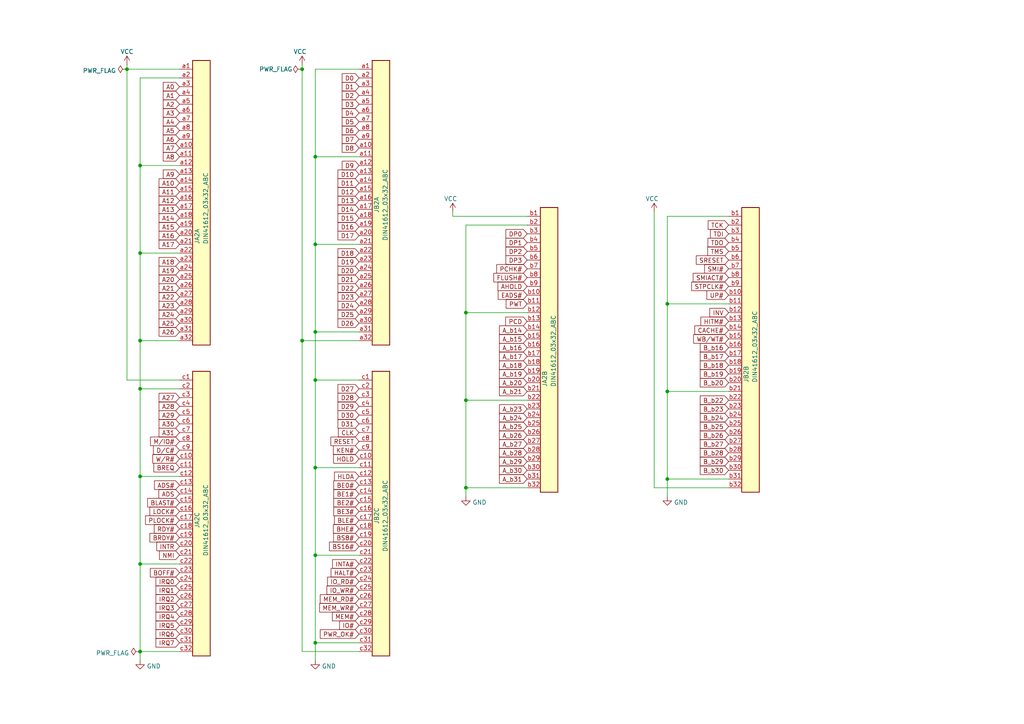
<source format=kicad_sch>
(kicad_sch (version 20211123) (generator eeschema)
  (paper "A4")
  (lib_symbols
    (symbol "Private Lib:DIN41612_03x32_ABC"
      (property "Reference" "U" (at 0 0 0))
      (property "Value" "DIN41612_03x32_ABC" (at 0 2.54 0))
      (symbol "DIN41612_03x32_ABC_0_1"
        (rectangle (start -2.54 -2.54) (end 2.54 -85.09) (stroke (width 0.254)) (fill (type background)))
      )
      (symbol "DIN41612_03x32_ABC_1_1"
        (pin passive line (at -6.35 -5.08 0) (length 3.81) (name "") (number "a1"))
        (pin passive line (at -6.35 -27.94 0) (length 3.81) (name "") (number "a10"))
        (pin passive line (at -6.35 -30.48 0) (length 3.81) (name "") (number "a11"))
        (pin passive line (at -6.35 -33.02 0) (length 3.81) (name "") (number "a12"))
        (pin passive line (at -6.35 -35.56 0) (length 3.81) (name "") (number "a13"))
        (pin passive line (at -6.35 -38.1 0) (length 3.81) (name "") (number "a14"))
        (pin passive line (at -6.35 -40.64 0) (length 3.81) (name "") (number "a15"))
        (pin passive line (at -6.35 -43.18 0) (length 3.81) (name "") (number "a16"))
        (pin passive line (at -6.35 -45.72 0) (length 3.81) (name "") (number "a17"))
        (pin passive line (at -6.35 -48.26 0) (length 3.81) (name "") (number "a18"))
        (pin passive line (at -6.35 -50.8 0) (length 3.81) (name "") (number "a19"))
        (pin passive line (at -6.35 -7.62 0) (length 3.81) (name "") (number "a2"))
        (pin passive line (at -6.35 -53.34 0) (length 3.81) (name "") (number "a20"))
        (pin passive line (at -6.35 -55.88 0) (length 3.81) (name "") (number "a21"))
        (pin passive line (at -6.35 -58.42 0) (length 3.81) (name "") (number "a22"))
        (pin passive line (at -6.35 -60.96 0) (length 3.81) (name "") (number "a23"))
        (pin passive line (at -6.35 -63.5 0) (length 3.81) (name "") (number "a24"))
        (pin passive line (at -6.35 -66.04 0) (length 3.81) (name "") (number "a25"))
        (pin passive line (at -6.35 -68.58 0) (length 3.81) (name "") (number "a26"))
        (pin passive line (at -6.35 -71.12 0) (length 3.81) (name "") (number "a27"))
        (pin passive line (at -6.35 -73.66 0) (length 3.81) (name "") (number "a28"))
        (pin passive line (at -6.35 -76.2 0) (length 3.81) (name "") (number "a29"))
        (pin passive line (at -6.35 -10.16 0) (length 3.81) (name "") (number "a3"))
        (pin passive line (at -6.35 -78.74 0) (length 3.81) (name "") (number "a30"))
        (pin passive line (at -6.35 -81.28 0) (length 3.81) (name "") (number "a31"))
        (pin passive line (at -6.35 -83.82 0) (length 3.81) (name "") (number "a32"))
        (pin passive line (at -6.35 -12.7 0) (length 3.81) (name "") (number "a4"))
        (pin passive line (at -6.35 -15.24 0) (length 3.81) (name "") (number "a5"))
        (pin passive line (at -6.35 -17.78 0) (length 3.81) (name "") (number "a6"))
        (pin passive line (at -6.35 -20.32 0) (length 3.81) (name "") (number "a7"))
        (pin passive line (at -6.35 -22.86 0) (length 3.81) (name "") (number "a8"))
        (pin passive line (at -6.35 -25.4 0) (length 3.81) (name "") (number "a9"))
      )
      (symbol "DIN41612_03x32_ABC_2_1"
        (pin passive line (at -6.35 -5.08 0) (length 3.81) (name "") (number "b1"))
        (pin passive line (at -6.35 -27.94 0) (length 3.81) (name "") (number "b10"))
        (pin passive line (at -6.35 -30.48 0) (length 3.81) (name "") (number "b11"))
        (pin passive line (at -6.35 -33.02 0) (length 3.81) (name "") (number "b12"))
        (pin passive line (at -6.35 -35.56 0) (length 3.81) (name "") (number "b13"))
        (pin passive line (at -6.35 -38.1 0) (length 3.81) (name "") (number "b14"))
        (pin passive line (at -6.35 -40.64 0) (length 3.81) (name "") (number "b15"))
        (pin passive line (at -6.35 -43.18 0) (length 3.81) (name "") (number "b16"))
        (pin passive line (at -6.35 -45.72 0) (length 3.81) (name "") (number "b17"))
        (pin passive line (at -6.35 -48.26 0) (length 3.81) (name "") (number "b18"))
        (pin passive line (at -6.35 -50.8 0) (length 3.81) (name "") (number "b19"))
        (pin passive line (at -6.35 -7.62 0) (length 3.81) (name "") (number "b2"))
        (pin passive line (at -6.35 -53.34 0) (length 3.81) (name "") (number "b20"))
        (pin passive line (at -6.35 -55.88 0) (length 3.81) (name "") (number "b21"))
        (pin passive line (at -6.35 -58.42 0) (length 3.81) (name "") (number "b22"))
        (pin passive line (at -6.35 -60.96 0) (length 3.81) (name "") (number "b23"))
        (pin passive line (at -6.35 -63.5 0) (length 3.81) (name "") (number "b24"))
        (pin passive line (at -6.35 -66.04 0) (length 3.81) (name "") (number "b25"))
        (pin passive line (at -6.35 -68.58 0) (length 3.81) (name "") (number "b26"))
        (pin passive line (at -6.35 -71.12 0) (length 3.81) (name "") (number "b27"))
        (pin passive line (at -6.35 -73.66 0) (length 3.81) (name "") (number "b28"))
        (pin passive line (at -6.35 -76.2 0) (length 3.81) (name "") (number "b29"))
        (pin passive line (at -6.35 -10.16 0) (length 3.81) (name "") (number "b3"))
        (pin passive line (at -6.35 -78.74 0) (length 3.81) (name "") (number "b30"))
        (pin passive line (at -6.35 -81.28 0) (length 3.81) (name "") (number "b31"))
        (pin passive line (at -6.35 -83.82 0) (length 3.81) (name "") (number "b32"))
        (pin passive line (at -6.35 -12.7 0) (length 3.81) (name "") (number "b4"))
        (pin passive line (at -6.35 -15.24 0) (length 3.81) (name "") (number "b5"))
        (pin passive line (at -6.35 -17.78 0) (length 3.81) (name "") (number "b6"))
        (pin passive line (at -6.35 -20.32 0) (length 3.81) (name "") (number "b7"))
        (pin passive line (at -6.35 -22.86 0) (length 3.81) (name "") (number "b8"))
        (pin passive line (at -6.35 -25.4 0) (length 3.81) (name "") (number "b9"))
      )
      (symbol "DIN41612_03x32_ABC_3_1"
        (pin passive line (at -6.35 -5.08 0) (length 3.81) (name "") (number "c1"))
        (pin passive line (at -6.35 -27.94 0) (length 3.81) (name "") (number "c10"))
        (pin passive line (at -6.35 -30.48 0) (length 3.81) (name "") (number "c11"))
        (pin passive line (at -6.35 -33.02 0) (length 3.81) (name "") (number "c12"))
        (pin passive line (at -6.35 -35.56 0) (length 3.81) (name "") (number "c13"))
        (pin passive line (at -6.35 -38.1 0) (length 3.81) (name "") (number "c14"))
        (pin passive line (at -6.35 -40.64 0) (length 3.81) (name "") (number "c15"))
        (pin passive line (at -6.35 -43.18 0) (length 3.81) (name "") (number "c16"))
        (pin passive line (at -6.35 -45.72 0) (length 3.81) (name "") (number "c17"))
        (pin passive line (at -6.35 -48.26 0) (length 3.81) (name "") (number "c18"))
        (pin passive line (at -6.35 -50.8 0) (length 3.81) (name "") (number "c19"))
        (pin passive line (at -6.35 -7.62 0) (length 3.81) (name "") (number "c2"))
        (pin passive line (at -6.35 -53.34 0) (length 3.81) (name "") (number "c20"))
        (pin passive line (at -6.35 -55.88 0) (length 3.81) (name "") (number "c21"))
        (pin passive line (at -6.35 -58.42 0) (length 3.81) (name "") (number "c22"))
        (pin passive line (at -6.35 -60.96 0) (length 3.81) (name "") (number "c23"))
        (pin passive line (at -6.35 -63.5 0) (length 3.81) (name "") (number "c24"))
        (pin passive line (at -6.35 -66.04 0) (length 3.81) (name "") (number "c25"))
        (pin passive line (at -6.35 -68.58 0) (length 3.81) (name "") (number "c26"))
        (pin passive line (at -6.35 -71.12 0) (length 3.81) (name "") (number "c27"))
        (pin passive line (at -6.35 -73.66 0) (length 3.81) (name "") (number "c28"))
        (pin passive line (at -6.35 -76.2 0) (length 3.81) (name "") (number "c29"))
        (pin passive line (at -6.35 -10.16 0) (length 3.81) (name "") (number "c3"))
        (pin passive line (at -6.35 -78.74 0) (length 3.81) (name "") (number "c30"))
        (pin passive line (at -6.35 -81.28 0) (length 3.81) (name "") (number "c31"))
        (pin passive line (at -6.35 -83.82 0) (length 3.81) (name "") (number "c32"))
        (pin passive line (at -6.35 -12.7 0) (length 3.81) (name "") (number "c4"))
        (pin passive line (at -6.35 -15.24 0) (length 3.81) (name "") (number "c5"))
        (pin passive line (at -6.35 -17.78 0) (length 3.81) (name "") (number "c6"))
        (pin passive line (at -6.35 -20.32 0) (length 3.81) (name "") (number "c7"))
        (pin passive line (at -6.35 -22.86 0) (length 3.81) (name "") (number "c8"))
        (pin passive line (at -6.35 -25.4 0) (length 3.81) (name "") (number "c9"))
      )
    )
    (symbol "power:GND" (power) (pin_names (offset 0))
      (property "Value" "GND" (at 0 -3.81 0))
      (symbol "GND_0_1"
        (polyline (pts (xy 0 0) (xy 0 -1.27) (xy 1.27 -1.27) (xy 0 -2.54) (xy -1.27 -1.27) (xy 0 -1.27)))
      )
      (symbol "GND_1_1"
        (pin power_in line (at 0 0 270) (length 0) hide (name "GND") (number "1"))
      )
    )
    (symbol "power:PWR_FLAG" (power) (pin_numbers hide) (pin_names (offset 0) hide)
      (property "Value" "PWR_FLAG" (at 0 3.81 0))
      (symbol "PWR_FLAG_0_0"
        (pin power_out line (at 0 0 90) (length 0) (name "pwr") (number "1"))
      )
      (symbol "PWR_FLAG_0_1"
        (polyline (pts (xy 0 0) (xy 0 1.27) (xy -1.016 1.905) (xy 0 2.54) (xy 1.016 1.905) (xy 0 1.27)))
      )
    )
    (symbol "power:VCC" (power) (pin_names (offset 0))
      (property "Value" "VCC" (at 0 3.81 0))
      (symbol "VCC_0_1"
        (polyline (pts (xy -0.762 1.27) (xy 0 2.54)))
        (polyline (pts (xy 0 0) (xy 0 2.54)))
        (polyline (pts (xy 0 2.54) (xy 0.762 1.27)))
      )
      (symbol "VCC_1_1"
        (pin power_in line (at 0 0 90) (length 0) hide (name "VCC") (number "1"))
      )
    )
  )
  (junction (at 193.548 88.138))
  (junction (at 40.64 138.176))
  (junction (at 91.44 110.236))
  (junction (at 87.63 20.066))
  (junction (at 36.83 20.066))
  (junction (at 40.64 98.806))
  (junction (at 40.64 163.576))
  (junction (at 193.548 138.938))
  (junction (at 193.548 113.538))
  (junction (at 135.128 141.478))
  (junction (at 91.44 186.436))
  (junction (at 40.64 188.976))
  (junction (at 91.44 45.466))
  (junction (at 91.44 161.036))
  (junction (at 135.128 116.078))
  (junction (at 87.63 98.806))
  (junction (at 91.44 135.636))
  (junction (at 91.44 96.266))
  (junction (at 135.128 90.678))
  (junction (at 40.64 73.406))
  (junction (at 40.64 112.776))
  (junction (at 91.44 70.866))
  (junction (at 40.64 48.006))
  (wire (pts (xy 131.318 62.738) (xy 152.908 62.738)))
  (wire (pts (xy 189.738 61.468) (xy 189.738 141.478)))
  (wire (pts (xy 87.63 98.806) (xy 104.14 98.806)))
  (wire (pts (xy 211.328 138.938) (xy 193.548 138.938)))
  (wire (pts (xy 152.908 65.278) (xy 135.128 65.278)))
  (wire (pts (xy 40.64 191.516) (xy 40.64 188.976)))
  (wire (pts (xy 104.14 20.066) (xy 91.44 20.066)))
  (wire (pts (xy 40.64 48.006) (xy 52.07 48.006)))
  (wire (pts (xy 91.44 45.466) (xy 91.44 70.866)))
  (wire (pts (xy 91.44 96.266) (xy 104.14 96.266)))
  (wire (pts (xy 193.548 113.538) (xy 193.548 138.938)))
  (wire (pts (xy 91.44 70.866) (xy 104.14 70.866)))
  (wire (pts (xy 40.64 138.176) (xy 52.07 138.176)))
  (wire (pts (xy 91.44 186.436) (xy 91.44 191.516)))
  (wire (pts (xy 131.318 61.468) (xy 131.318 62.738)))
  (wire (pts (xy 135.128 90.678) (xy 135.128 116.078)))
  (wire (pts (xy 87.63 18.796) (xy 87.63 20.066)))
  (wire (pts (xy 135.128 144.018) (xy 135.128 141.478)))
  (wire (pts (xy 36.83 20.066) (xy 52.07 20.066)))
  (wire (pts (xy 36.83 110.236) (xy 52.07 110.236)))
  (wire (pts (xy 91.44 20.066) (xy 91.44 45.466)))
  (wire (pts (xy 135.128 90.678) (xy 152.908 90.678)))
  (wire (pts (xy 91.44 135.636) (xy 91.44 161.036)))
  (wire (pts (xy 40.64 98.806) (xy 40.64 112.776)))
  (wire (pts (xy 40.64 73.406) (xy 52.07 73.406)))
  (wire (pts (xy 211.328 141.478) (xy 189.738 141.478)))
  (wire (pts (xy 91.44 135.636) (xy 104.14 135.636)))
  (wire (pts (xy 40.64 22.606) (xy 40.64 48.006)))
  (wire (pts (xy 36.83 18.796) (xy 36.83 20.066)))
  (wire (pts (xy 91.44 70.866) (xy 91.44 96.266)))
  (wire (pts (xy 211.328 62.738) (xy 193.548 62.738)))
  (wire (pts (xy 91.44 96.266) (xy 91.44 110.236)))
  (wire (pts (xy 211.328 113.538) (xy 193.548 113.538)))
  (wire (pts (xy 91.44 110.236) (xy 104.14 110.236)))
  (wire (pts (xy 152.908 141.478) (xy 135.128 141.478)))
  (wire (pts (xy 193.548 88.138) (xy 211.328 88.138)))
  (wire (pts (xy 91.44 161.036) (xy 91.44 186.436)))
  (wire (pts (xy 193.548 138.938) (xy 193.548 144.018)))
  (wire (pts (xy 40.64 98.806) (xy 52.07 98.806)))
  (wire (pts (xy 193.548 88.138) (xy 193.548 113.538)))
  (wire (pts (xy 91.44 45.466) (xy 104.14 45.466)))
  (wire (pts (xy 40.64 112.776) (xy 40.64 138.176)))
  (wire (pts (xy 40.64 73.406) (xy 40.64 98.806)))
  (wire (pts (xy 87.63 188.976) (xy 104.14 188.976)))
  (wire (pts (xy 193.548 62.738) (xy 193.548 88.138)))
  (wire (pts (xy 36.83 20.066) (xy 36.83 110.236)))
  (wire (pts (xy 135.128 65.278) (xy 135.128 90.678)))
  (wire (pts (xy 91.44 161.036) (xy 104.14 161.036)))
  (wire (pts (xy 52.07 22.606) (xy 40.64 22.606)))
  (wire (pts (xy 40.64 112.776) (xy 52.07 112.776)))
  (wire (pts (xy 87.63 98.806) (xy 87.63 188.976)))
  (wire (pts (xy 40.64 163.576) (xy 40.64 188.976)))
  (wire (pts (xy 91.44 186.436) (xy 104.14 186.436)))
  (wire (pts (xy 40.64 188.976) (xy 52.07 188.976)))
  (wire (pts (xy 152.908 116.078) (xy 135.128 116.078)))
  (wire (pts (xy 135.128 116.078) (xy 135.128 141.478)))
  (wire (pts (xy 40.64 163.576) (xy 52.07 163.576)))
  (wire (pts (xy 91.44 110.236) (xy 91.44 135.636)))
  (wire (pts (xy 40.64 138.176) (xy 40.64 163.576)))
  (wire (pts (xy 87.63 20.066) (xy 87.63 98.806)))
  (wire (pts (xy 40.64 48.006) (xy 40.64 73.406)))
  (global_label "INTR" (shape input) (at 52.07 158.496 180) (property "Intersheet References" "${INTERSHEET_REFS}" (effects hide)))
  (global_label "FLUSH#" (shape input) (at 152.908 80.518 180) (property "Intersheet References" "${INTERSHEET_REFS}" (effects hide)))
  (global_label "B_b25" (shape input) (at 211.328 123.698 180) (property "Intersheet References" "${INTERSHEET_REFS}" (effects hide)))
  (global_label "A_b31" (shape input) (at 152.908 138.938 180) (property "Intersheet References" "${INTERSHEET_REFS}" (effects hide)))
  (global_label "TDI" (shape input) (at 211.328 67.818 180) (property "Intersheet References" "${INTERSHEET_REFS}" (effects hide)))
  (global_label "TMS" (shape input) (at 211.328 72.898 180) (property "Intersheet References" "${INTERSHEET_REFS}" (effects hide)))
  (global_label "IRQ2" (shape input) (at 52.07 173.736 180) (property "Intersheet References" "${INTERSHEET_REFS}" (effects hide)))
  (global_label "A12" (shape input) (at 52.07 58.166 180) (property "Intersheet References" "${INTERSHEET_REFS}" (effects hide)))
  (global_label "DP3" (shape input) (at 152.908 75.438 180) (property "Intersheet References" "${INTERSHEET_REFS}" (effects hide)))
  (global_label "D23" (shape input) (at 104.14 86.106 180) (property "Intersheet References" "${INTERSHEET_REFS}" (effects hide)))
  (global_label "BREQ" (shape input) (at 52.07 135.636 180) (property "Intersheet References" "${INTERSHEET_REFS}" (effects hide)))
  (global_label "D28" (shape input) (at 104.14 115.316 180) (property "Intersheet References" "${INTERSHEET_REFS}" (effects hide)))
  (global_label "MEM#" (shape input) (at 104.14 178.816 180) (property "Intersheet References" "${INTERSHEET_REFS}" (effects hide)))
  (global_label "D{slash}C#" (shape input) (at 52.07 130.556 180) (property "Intersheet References" "${INTERSHEET_REFS}" (effects hide)))
  (global_label "A31" (shape input) (at 52.07 125.476 180) (property "Intersheet References" "${INTERSHEET_REFS}" (effects hide)))
  (global_label "A_b17" (shape input) (at 152.908 103.378 180) (property "Intersheet References" "${INTERSHEET_REFS}" (effects hide)))
  (global_label "D21" (shape input) (at 104.14 81.026 180) (property "Intersheet References" "${INTERSHEET_REFS}" (effects hide)))
  (global_label "SMIACT#" (shape input) (at 211.328 80.518 180) (property "Intersheet References" "${INTERSHEET_REFS}" (effects hide)))
  (global_label "BE3#" (shape input) (at 104.14 148.336 180) (property "Intersheet References" "${INTERSHEET_REFS}" (effects hide)))
  (global_label "TCK" (shape input) (at 211.328 65.278 180) (property "Intersheet References" "${INTERSHEET_REFS}" (effects hide)))
  (global_label "PWR_OK#" (shape input) (at 104.14 183.896 180) (property "Intersheet References" "${INTERSHEET_REFS}" (effects hide)))
  (global_label "D20" (shape input) (at 104.14 78.486 180) (property "Intersheet References" "${INTERSHEET_REFS}" (effects hide)))
  (global_label "B_b29" (shape input) (at 211.328 133.858 180) (property "Intersheet References" "${INTERSHEET_REFS}" (effects hide)))
  (global_label "IRQ5" (shape input) (at 52.07 181.356 180) (property "Intersheet References" "${INTERSHEET_REFS}" (effects hide)))
  (global_label "MEM_WR#" (shape input) (at 104.14 176.276 180) (property "Intersheet References" "${INTERSHEET_REFS}" (effects hide)))
  (global_label "NMI" (shape input) (at 52.07 161.036 180) (property "Intersheet References" "${INTERSHEET_REFS}" (effects hide)))
  (global_label "INV" (shape input) (at 211.328 90.678 180) (property "Intersheet References" "${INTERSHEET_REFS}" (effects hide)))
  (global_label "HOLD" (shape input) (at 104.14 133.096 180) (property "Intersheet References" "${INTERSHEET_REFS}" (effects hide)))
  (global_label "A16" (shape input) (at 52.07 68.326 180) (property "Intersheet References" "${INTERSHEET_REFS}" (effects hide)))
  (global_label "A18" (shape input) (at 52.07 75.946 180) (property "Intersheet References" "${INTERSHEET_REFS}" (effects hide)))
  (global_label "IRQ4" (shape input) (at 52.07 178.816 180) (property "Intersheet References" "${INTERSHEET_REFS}" (effects hide)))
  (global_label "A5" (shape input) (at 52.07 37.846 180) (property "Intersheet References" "${INTERSHEET_REFS}" (effects hide)))
  (global_label "A_b23" (shape input) (at 152.908 118.618 180) (property "Intersheet References" "${INTERSHEET_REFS}" (effects hide)))
  (global_label "UP#" (shape input) (at 211.328 85.598 180) (property "Intersheet References" "${INTERSHEET_REFS}" (effects hide)))
  (global_label "BLE#" (shape input) (at 104.14 150.876 180) (property "Intersheet References" "${INTERSHEET_REFS}" (effects hide)))
  (global_label "A27" (shape input) (at 52.07 115.316 180) (property "Intersheet References" "${INTERSHEET_REFS}" (effects hide)))
  (global_label "B_b27" (shape input) (at 211.328 128.778 180) (property "Intersheet References" "${INTERSHEET_REFS}" (effects hide)))
  (global_label "A10" (shape input) (at 52.07 53.086 180) (property "Intersheet References" "${INTERSHEET_REFS}" (effects hide)))
  (global_label "D26" (shape input) (at 104.14 93.726 180) (property "Intersheet References" "${INTERSHEET_REFS}" (effects hide)))
  (global_label "D9" (shape input) (at 104.14 48.006 180) (property "Intersheet References" "${INTERSHEET_REFS}" (effects hide)))
  (global_label "CACHE#" (shape input) (at 211.328 95.758 180) (property "Intersheet References" "${INTERSHEET_REFS}" (effects hide)))
  (global_label "A29" (shape input) (at 52.07 120.396 180) (property "Intersheet References" "${INTERSHEET_REFS}" (effects hide)))
  (global_label "B_b26" (shape input) (at 211.328 126.238 180) (property "Intersheet References" "${INTERSHEET_REFS}" (effects hide)))
  (global_label "A1" (shape input) (at 52.07 27.686 180) (property "Intersheet References" "${INTERSHEET_REFS}" (effects hide)))
  (global_label "HALT#" (shape input) (at 104.14 166.116 180) (property "Intersheet References" "${INTERSHEET_REFS}" (effects hide)))
  (global_label "EADS#" (shape input) (at 152.908 85.598 180) (property "Intersheet References" "${INTERSHEET_REFS}" (effects hide)))
  (global_label "CLK" (shape input) (at 104.14 125.476 180) (property "Intersheet References" "${INTERSHEET_REFS}" (effects hide)))
  (global_label "D5" (shape input) (at 104.14 35.306 180) (property "Intersheet References" "${INTERSHEET_REFS}" (effects hide)))
  (global_label "D13" (shape input) (at 104.14 58.166 180) (property "Intersheet References" "${INTERSHEET_REFS}" (effects hide)))
  (global_label "STPCLK#" (shape input) (at 211.328 83.058 180) (property "Intersheet References" "${INTERSHEET_REFS}" (effects hide)))
  (global_label "B_b18" (shape input) (at 211.328 105.918 180) (property "Intersheet References" "${INTERSHEET_REFS}" (effects hide)))
  (global_label "PWT" (shape input) (at 152.908 88.138 180) (property "Intersheet References" "${INTERSHEET_REFS}" (effects hide)))
  (global_label "HITM#" (shape input) (at 211.328 93.218 180) (property "Intersheet References" "${INTERSHEET_REFS}" (effects hide)))
  (global_label "DP2" (shape input) (at 152.908 72.898 180) (property "Intersheet References" "${INTERSHEET_REFS}" (effects hide)))
  (global_label "A8" (shape input) (at 52.07 45.466 180) (property "Intersheet References" "${INTERSHEET_REFS}" (effects hide)))
  (global_label "A_b28" (shape input) (at 152.908 131.318 180) (property "Intersheet References" "${INTERSHEET_REFS}" (effects hide)))
  (global_label "BE2#" (shape input) (at 104.14 145.796 180) (property "Intersheet References" "${INTERSHEET_REFS}" (effects hide)))
  (global_label "D12" (shape input) (at 104.14 55.626 180) (property "Intersheet References" "${INTERSHEET_REFS}" (effects hide)))
  (global_label "HLDA" (shape input) (at 104.14 138.176 180) (property "Intersheet References" "${INTERSHEET_REFS}" (effects hide)))
  (global_label "BE1#" (shape input) (at 104.14 143.256 180) (property "Intersheet References" "${INTERSHEET_REFS}" (effects hide)))
  (global_label "A_b18" (shape input) (at 152.908 105.918 180) (property "Intersheet References" "${INTERSHEET_REFS}" (effects hide)))
  (global_label "BRDY#" (shape input) (at 52.07 155.956 180) (property "Intersheet References" "${INTERSHEET_REFS}" (effects hide)))
  (global_label "WB{slash}WT#" (shape input) (at 211.328 98.298 180) (property "Intersheet References" "${INTERSHEET_REFS}" (effects hide)))
  (global_label "D30" (shape input) (at 104.14 120.396 180) (property "Intersheet References" "${INTERSHEET_REFS}" (effects hide)))
  (global_label "D0" (shape input) (at 104.14 22.606 180) (property "Intersheet References" "${INTERSHEET_REFS}" (effects hide)))
  (global_label "D24" (shape input) (at 104.14 88.646 180) (property "Intersheet References" "${INTERSHEET_REFS}" (effects hide)))
  (global_label "RESET" (shape input) (at 104.14 128.016 180) (property "Intersheet References" "${INTERSHEET_REFS}" (effects hide)))
  (global_label "A25" (shape input) (at 52.07 93.726 180) (property "Intersheet References" "${INTERSHEET_REFS}" (effects hide)))
  (global_label "D6" (shape input) (at 104.14 37.846 180) (property "Intersheet References" "${INTERSHEET_REFS}" (effects hide)))
  (global_label "A24" (shape input) (at 52.07 91.186 180) (property "Intersheet References" "${INTERSHEET_REFS}" (effects hide)))
  (global_label "A4" (shape input) (at 52.07 35.306 180) (property "Intersheet References" "${INTERSHEET_REFS}" (effects hide)))
  (global_label "PCHK#" (shape input) (at 152.908 77.978 180) (property "Intersheet References" "${INTERSHEET_REFS}" (effects hide)))
  (global_label "D15" (shape input) (at 104.14 63.246 180) (property "Intersheet References" "${INTERSHEET_REFS}" (effects hide)))
  (global_label "D27" (shape input) (at 104.14 112.776 180) (property "Intersheet References" "${INTERSHEET_REFS}" (effects hide)))
  (global_label "A_b30" (shape input) (at 152.908 136.398 180) (property "Intersheet References" "${INTERSHEET_REFS}" (effects hide)))
  (global_label "D18" (shape input) (at 104.14 73.406 180) (property "Intersheet References" "${INTERSHEET_REFS}" (effects hide)))
  (global_label "A21" (shape input) (at 52.07 83.566 180) (property "Intersheet References" "${INTERSHEET_REFS}" (effects hide)))
  (global_label "A11" (shape input) (at 52.07 55.626 180) (property "Intersheet References" "${INTERSHEET_REFS}" (effects hide)))
  (global_label "D16" (shape input) (at 104.14 65.786 180) (property "Intersheet References" "${INTERSHEET_REFS}" (effects hide)))
  (global_label "BS8#" (shape input) (at 104.14 155.956 180) (property "Intersheet References" "${INTERSHEET_REFS}" (effects hide)))
  (global_label "A19" (shape input) (at 52.07 78.486 180) (property "Intersheet References" "${INTERSHEET_REFS}" (effects hide)))
  (global_label "IRQ6" (shape input) (at 52.07 183.896 180) (property "Intersheet References" "${INTERSHEET_REFS}" (effects hide)))
  (global_label "ADS#" (shape input) (at 52.07 140.716 180) (property "Intersheet References" "${INTERSHEET_REFS}" (effects hide)))
  (global_label "LOCK#" (shape input) (at 52.07 148.336 180) (property "Intersheet References" "${INTERSHEET_REFS}" (effects hide)))
  (global_label "D25" (shape input) (at 104.14 91.186 180) (property "Intersheet References" "${INTERSHEET_REFS}" (effects hide)))
  (global_label "D19" (shape input) (at 104.14 75.946 180) (property "Intersheet References" "${INTERSHEET_REFS}" (effects hide)))
  (global_label "SRESET" (shape input) (at 211.328 75.438 180) (property "Intersheet References" "${INTERSHEET_REFS}" (effects hide)))
  (global_label "DP0" (shape input) (at 152.908 67.818 180) (property "Intersheet References" "${INTERSHEET_REFS}" (effects hide)))
  (global_label "RDY#" (shape input) (at 52.07 153.416 180) (property "Intersheet References" "${INTERSHEET_REFS}" (effects hide)))
  (global_label "A20" (shape input) (at 52.07 81.026 180) (property "Intersheet References" "${INTERSHEET_REFS}" (effects hide)))
  (global_label "AHOLD" (shape input) (at 152.908 83.058 180) (property "Intersheet References" "${INTERSHEET_REFS}" (effects hide)))
  (global_label "A15" (shape input) (at 52.07 65.786 180) (property "Intersheet References" "${INTERSHEET_REFS}" (effects hide)))
  (global_label "MEM_RD#" (shape input) (at 104.14 173.736 180) (property "Intersheet References" "${INTERSHEET_REFS}" (effects hide)))
  (global_label "D11" (shape input) (at 104.14 53.086 180) (property "Intersheet References" "${INTERSHEET_REFS}" (effects hide)))
  (global_label "A_b26" (shape input) (at 152.908 126.238 180) (property "Intersheet References" "${INTERSHEET_REFS}" (effects hide)))
  (global_label "A_b16" (shape input) (at 152.908 100.838 180) (property "Intersheet References" "${INTERSHEET_REFS}" (effects hide)))
  (global_label "A_b15" (shape input) (at 152.908 98.298 180) (property "Intersheet References" "${INTERSHEET_REFS}" (effects hide)))
  (global_label "D22" (shape input) (at 104.14 83.566 180) (property "Intersheet References" "${INTERSHEET_REFS}" (effects hide)))
  (global_label "A17" (shape input) (at 52.07 70.866 180) (property "Intersheet References" "${INTERSHEET_REFS}" (effects hide)))
  (global_label "A14" (shape input) (at 52.07 63.246 180) (property "Intersheet References" "${INTERSHEET_REFS}" (effects hide)))
  (global_label "IO_WR#" (shape input) (at 104.14 171.196 180) (property "Intersheet References" "${INTERSHEET_REFS}" (effects hide)))
  (global_label "A26" (shape input) (at 52.07 96.266 180) (property "Intersheet References" "${INTERSHEET_REFS}" (effects hide)))
  (global_label "A_b20" (shape input) (at 152.908 110.998 180) (property "Intersheet References" "${INTERSHEET_REFS}" (effects hide)))
  (global_label "B_b17" (shape input) (at 211.328 103.378 180) (property "Intersheet References" "${INTERSHEET_REFS}" (effects hide)))
  (global_label "A23" (shape input) (at 52.07 88.646 180) (property "Intersheet References" "${INTERSHEET_REFS}" (effects hide)))
  (global_label "PCD" (shape input) (at 152.908 93.218 180) (property "Intersheet References" "${INTERSHEET_REFS}" (effects hide)))
  (global_label "A13" (shape input) (at 52.07 60.706 180) (property "Intersheet References" "${INTERSHEET_REFS}" (effects hide)))
  (global_label "D1" (shape input) (at 104.14 25.146 180) (property "Intersheet References" "${INTERSHEET_REFS}" (effects hide)))
  (global_label "D3" (shape input) (at 104.14 30.226 180) (property "Intersheet References" "${INTERSHEET_REFS}" (effects hide)))
  (global_label "B_b22" (shape input) (at 211.328 116.078 180) (property "Intersheet References" "${INTERSHEET_REFS}" (effects hide)))
  (global_label "A3" (shape input) (at 52.07 32.766 180) (property "Intersheet References" "${INTERSHEET_REFS}" (effects hide)))
  (global_label "SMI#" (shape input) (at 211.328 77.978 180) (property "Intersheet References" "${INTERSHEET_REFS}" (effects hide)))
  (global_label "D2" (shape input) (at 104.14 27.686 180) (property "Intersheet References" "${INTERSHEET_REFS}" (effects hide)))
  (global_label "BE0#" (shape input) (at 104.14 140.716 180) (property "Intersheet References" "${INTERSHEET_REFS}" (effects hide)))
  (global_label "BS16#" (shape input) (at 104.14 158.496 180) (property "Intersheet References" "${INTERSHEET_REFS}" (effects hide)))
  (global_label "A_b25" (shape input) (at 152.908 123.698 180) (property "Intersheet References" "${INTERSHEET_REFS}" (effects hide)))
  (global_label "KEN#" (shape input) (at 104.14 130.556 180) (property "Intersheet References" "${INTERSHEET_REFS}" (effects hide)))
  (global_label "B_b16" (shape input) (at 211.328 100.838 180) (property "Intersheet References" "${INTERSHEET_REFS}" (effects hide)))
  (global_label "IRQ7" (shape input) (at 52.07 186.436 180) (property "Intersheet References" "${INTERSHEET_REFS}" (effects hide)))
  (global_label "A_b19" (shape input) (at 152.908 108.458 180) (property "Intersheet References" "${INTERSHEET_REFS}" (effects hide)))
  (global_label "BLAST#" (shape input) (at 52.07 145.796 180) (property "Intersheet References" "${INTERSHEET_REFS}" (effects hide)))
  (global_label "B_b24" (shape input) (at 211.328 121.158 180) (property "Intersheet References" "${INTERSHEET_REFS}" (effects hide)))
  (global_label "IO#" (shape input) (at 104.14 181.356 180) (property "Intersheet References" "${INTERSHEET_REFS}" (effects hide)))
  (global_label "INTA#" (shape input) (at 104.14 163.576 180) (property "Intersheet References" "${INTERSHEET_REFS}" (effects hide)))
  (global_label "A_b14" (shape input) (at 152.908 95.758 180) (property "Intersheet References" "${INTERSHEET_REFS}" (effects hide)))
  (global_label "D7" (shape input) (at 104.14 40.386 180) (property "Intersheet References" "${INTERSHEET_REFS}" (effects hide)))
  (global_label "A2" (shape input) (at 52.07 30.226 180) (property "Intersheet References" "${INTERSHEET_REFS}" (effects hide)))
  (global_label "D10" (shape input) (at 104.14 50.546 180) (property "Intersheet References" "${INTERSHEET_REFS}" (effects hide)))
  (global_label "BHE#" (shape input) (at 104.14 153.416 180) (property "Intersheet References" "${INTERSHEET_REFS}" (effects hide)))
  (global_label "A_b27" (shape input) (at 152.908 128.778 180) (property "Intersheet References" "${INTERSHEET_REFS}" (effects hide)))
  (global_label "D17" (shape input) (at 104.14 68.326 180) (property "Intersheet References" "${INTERSHEET_REFS}" (effects hide)))
  (global_label "B_b28" (shape input) (at 211.328 131.318 180) (property "Intersheet References" "${INTERSHEET_REFS}" (effects hide)))
  (global_label "D14" (shape input) (at 104.14 60.706 180) (property "Intersheet References" "${INTERSHEET_REFS}" (effects hide)))
  (global_label "A0" (shape input) (at 52.07 25.146 180) (property "Intersheet References" "${INTERSHEET_REFS}" (effects hide)))
  (global_label "ADS" (shape input) (at 52.07 143.256 180) (property "Intersheet References" "${INTERSHEET_REFS}" (effects hide)))
  (global_label "BOFF#" (shape input) (at 52.07 166.116 180) (property "Intersheet References" "${INTERSHEET_REFS}" (effects hide)))
  (global_label "IRQ0" (shape input) (at 52.07 168.656 180) (property "Intersheet References" "${INTERSHEET_REFS}" (effects hide)))
  (global_label "IO_RD#" (shape input) (at 104.14 168.656 180) (property "Intersheet References" "${INTERSHEET_REFS}" (effects hide)))
  (global_label "A22" (shape input) (at 52.07 86.106 180) (property "Intersheet References" "${INTERSHEET_REFS}" (effects hide)))
  (global_label "M{slash}IO#" (shape input) (at 52.07 128.016 180) (property "Intersheet References" "${INTERSHEET_REFS}" (effects hide)))
  (global_label "B_b30" (shape input) (at 211.328 136.398 180) (property "Intersheet References" "${INTERSHEET_REFS}" (effects hide)))
  (global_label "B_b19" (shape input) (at 211.328 108.458 180) (property "Intersheet References" "${INTERSHEET_REFS}" (effects hide)))
  (global_label "D8" (shape input) (at 104.14 42.926 180) (property "Intersheet References" "${INTERSHEET_REFS}" (effects hide)))
  (global_label "IRQ3" (shape input) (at 52.07 176.276 180) (property "Intersheet References" "${INTERSHEET_REFS}" (effects hide)))
  (global_label "D31" (shape input) (at 104.14 122.936 180) (property "Intersheet References" "${INTERSHEET_REFS}" (effects hide)))
  (global_label "B_b20" (shape input) (at 211.328 110.998 180) (property "Intersheet References" "${INTERSHEET_REFS}" (effects hide)))
  (global_label "DP1" (shape input) (at 152.908 70.358 180) (property "Intersheet References" "${INTERSHEET_REFS}" (effects hide)))
  (global_label "A28" (shape input) (at 52.07 117.856 180) (property "Intersheet References" "${INTERSHEET_REFS}" (effects hide)))
  (global_label "A30" (shape input) (at 52.07 122.936 180) (property "Intersheet References" "${INTERSHEET_REFS}" (effects hide)))
  (global_label "B_b23" (shape input) (at 211.328 118.618 180) (property "Intersheet References" "${INTERSHEET_REFS}" (effects hide)))
  (global_label "A7" (shape input) (at 52.07 42.926 180) (property "Intersheet References" "${INTERSHEET_REFS}" (effects hide)))
  (global_label "PLOCK#" (shape input) (at 52.07 150.876 180) (property "Intersheet References" "${INTERSHEET_REFS}" (effects hide)))
  (global_label "A6" (shape input) (at 52.07 40.386 180) (property "Intersheet References" "${INTERSHEET_REFS}" (effects hide)))
  (global_label "D4" (shape input) (at 104.14 32.766 180) (property "Intersheet References" "${INTERSHEET_REFS}" (effects hide)))
  (global_label "W{slash}R#" (shape input) (at 52.07 133.096 180) (property "Intersheet References" "${INTERSHEET_REFS}" (effects hide)))
  (global_label "A9" (shape input) (at 52.07 50.546 180) (property "Intersheet References" "${INTERSHEET_REFS}" (effects hide)))
  (global_label "D29" (shape input) (at 104.14 117.856 180) (property "Intersheet References" "${INTERSHEET_REFS}" (effects hide)))
  (global_label "TDO" (shape input) (at 211.328 70.358 180) (property "Intersheet References" "${INTERSHEET_REFS}" (effects hide)))
  (global_label "A_b21" (shape input) (at 152.908 113.538 180) (property "Intersheet References" "${INTERSHEET_REFS}" (effects hide)))
  (global_label "A_b24" (shape input) (at 152.908 121.158 180) (property "Intersheet References" "${INTERSHEET_REFS}" (effects hide)))
  (global_label "A_b29" (shape input) (at 152.908 133.858 180) (property "Intersheet References" "${INTERSHEET_REFS}" (effects hide)))
  (global_label "IRQ1" (shape input) (at 52.07 171.196 180) (property "Intersheet References" "${INTERSHEET_REFS}" (effects hide)))
  (symbol (lib_id "power:GND") (at 91.44 191.516 0) (mirror y) (unit 1)
    (property "Reference" "#PWR0109" (effects hide))
    (property "Value" "GND" (at 93.345 193.2198 0) (effects (justify right)))
  )
  (symbol (lib_id "Private Lib:DIN41612_03x32_ABC") (at 217.678 57.658 0) (unit 2)
    (property "Reference" "JB2" (at 216.408 110.998 90) (effects (justify left)))
    (property "Value" "DIN41612_03x32_ABC" (at 218.9449 110.998 90) (effects (justify left)))
    (property "Footprint" "Connector_DIN:DIN41612_C_3x32_Female_Vertical_THT" (effects hide))
  )
  (symbol (lib_id "power:VCC") (at 36.83 18.796 0) (mirror y) (unit 1)
    (property "Reference" "#PWR0115" (effects hide))
    (property "Value" "VCC" (at 36.83 14.986 0))
  )
  (symbol (lib_id "power:PWR_FLAG") (at 87.63 20.066 90) (unit 1)
    (property "Reference" "#FLG0106" (effects hide))
    (property "Value" "PWR_FLAG" (at 80.01 20.066 90))
  )
  (symbol (lib_id "Private Lib:DIN41612_03x32_ABC") (at 58.42 105.156 0) (unit 3)
    (property "Reference" "JA2" (at 57.1531 150.876 90))
    (property "Value" "DIN41612_03x32_ABC" (at 59.69 150.876 90))
    (property "Footprint" "Connector_DIN:DIN41612_C_3x32_Female_Vertical_THT" (effects hide))
  )
  (symbol (lib_id "Private Lib:DIN41612_03x32_ABC") (at 58.42 14.986 0) (unit 1)
    (property "Reference" "JA2" (at 57.1531 70.866 90) (effects (justify left)))
    (property "Value" "DIN41612_03x32_ABC" (at 59.69 70.866 90) (effects (justify left)))
    (property "Footprint" "Connector_DIN:DIN41612_C_3x32_Female_Vertical_THT" (effects hide))
  )
  (symbol (lib_id "power:GND") (at 193.548 144.018 0) (mirror y) (unit 1)
    (property "Reference" "#PWR0111" (effects hide))
    (property "Value" "GND" (at 195.453 145.7218 0) (effects (justify right)))
  )
  (symbol (lib_id "power:GND") (at 135.128 144.018 0) (mirror y) (unit 1)
    (property "Reference" "#PWR0112" (effects hide))
    (property "Value" "GND" (at 137.033 145.7218 0) (effects (justify right)))
  )
  (symbol (lib_id "Private Lib:DIN41612_03x32_ABC") (at 159.258 57.658 0) (unit 2)
    (property "Reference" "JA2" (at 157.9911 112.268 90) (effects (justify left)))
    (property "Value" "DIN41612_03x32_ABC" (at 160.528 112.268 90) (effects (justify left)))
    (property "Footprint" "Connector_DIN:DIN41612_C_3x32_Female_Vertical_THT" (effects hide))
  )
  (symbol (lib_id "power:PWR_FLAG") (at 36.83 20.066 90) (unit 1)
    (property "Reference" "#FLG0105" (effects hide))
    (property "Value" "PWR_FLAG" (at 33.6551 20.4998 90) (effects (justify left)))
  )
  (symbol (lib_id "Private Lib:DIN41612_03x32_ABC") (at 110.49 105.156 0) (unit 3)
    (property "Reference" "JB2" (at 109.22 149.606 90))
    (property "Value" "DIN41612_03x32_ABC" (at 111.7569 149.606 90))
    (property "Footprint" "Connector_DIN:DIN41612_C_3x32_Female_Vertical_THT" (effects hide))
  )
  (symbol (lib_id "power:VCC") (at 131.318 61.468 0) (mirror y) (unit 1)
    (property "Reference" "#PWR0114" (effects hide))
    (property "Value" "VCC" (at 128.778 57.658 0) (effects (justify right)))
  )
  (symbol (lib_id "power:GND") (at 40.64 191.516 0) (mirror y) (unit 1)
    (property "Reference" "#PWR0110" (effects hide))
    (property "Value" "GND" (at 42.545 193.2198 0) (effects (justify right)))
  )
  (symbol (lib_id "power:VCC") (at 189.738 61.468 0) (mirror y) (unit 1)
    (property "Reference" "#PWR0113" (effects hide))
    (property "Value" "VCC" (at 187.198 57.658 0) (effects (justify right)))
  )
  (symbol (lib_id "Private Lib:DIN41612_03x32_ABC") (at 110.49 14.986 0) (unit 1)
    (property "Reference" "JB2" (at 109.22 59.436 90))
    (property "Value" "DIN41612_03x32_ABC" (at 111.7569 59.436 90))
    (property "Footprint" "Connector_DIN:DIN41612_C_3x32_Female_Vertical_THT" (effects hide))
  )
  (symbol (lib_id "power:VCC") (at 87.63 18.796 0) (mirror y) (unit 1)
    (property "Reference" "#PWR0116" (effects hide))
    (property "Value" "VCC" (at 85.09 14.986 0) (effects (justify right)))
  )
  (symbol (lib_id "power:PWR_FLAG") (at 40.64 188.976 90) (unit 1)
    (property "Reference" "#FLG0104" (effects hide))
    (property "Value" "PWR_FLAG" (at 37.4651 189.4098 90) (effects (justify left)))
  )
)
</source>
